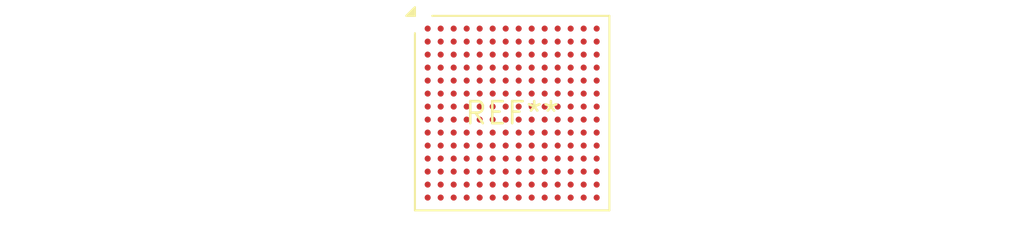
<source format=kicad_pcb>
(kicad_pcb (version 20240108) (generator pcbnew)
  (layers (0 "F.Cu" signal) (31 "B.Cu" signal) (34 "B.Paste" user) (35 "F.Paste" user) (36 "B.SilkS" user "B.Silkscreen") (37 "F.SilkS" user "F.Silkscreen") (38 "B.Mask" user) (39 "F.Mask" user) (44 "Edge.Cuts" user))
  (net 0 "")
  (footprint "Microchip_TFBGA-196_11x11mm_Layout14x14_P0.75mm_SMD" (layer "F.Cu") (at 0 0)
    (property "Reference" "REF**")
    (property "Value" "Microchip_TFBGA-196_11x11mm_Layout14x14_P0.75mm_SMD")
    (fp_line (start -5.61 5.61) (end -5.61 -4.61) (layer "F.SilkS") (stroke (width 0.12)))
    (fp_line (start -4.61 -5.61) (end 5.61 -5.61) (layer "F.SilkS") (stroke (width 0.12)))
    (fp_line (start 5.61 -5.61) (end 5.61 5.61) (layer "F.SilkS") (stroke (width 0.12)))
    (fp_line (start 5.61 5.61) (end -5.61 5.61) (layer "F.SilkS") (stroke (width 0.12)))
    (fp_poly (pts (xy -5.61 -5.61) (xy -6.11 -5.61) (xy -5.61 -6.11) (xy -5.61 -5.61)) (layer "F.SilkS") (stroke (width 0.12)) (fill solid))
    (pad "A1" smd circle (at -4.875 -4.875) (size 0.35 0.35) (property pad_prop_bga) (layers "F.Cu" "F.Paste" "F.Mask"))
    (pad "A2" smd circle (at -4.125 -4.875) (size 0.35 0.35) (property pad_prop_bga) (layers "F.Cu" "F.Paste" "F.Mask"))
    (pad "A3" smd circle (at -3.375 -4.875) (size 0.35 0.35) (property pad_prop_bga) (layers "F.Cu" "F.Paste" "F.Mask"))
    (pad "A4" smd circle (at -2.625 -4.875) (size 0.35 0.35) (property pad_prop_bga) (layers "F.Cu" "F.Paste" "F.Mask"))
    (pad "A5" smd circle (at -1.875 -4.875) (size 0.35 0.35) (property pad_prop_bga) (layers "F.Cu" "F.Paste" "F.Mask"))
    (pad "A6" smd circle (at -1.125 -4.875) (size 0.35 0.35) (property pad_prop_bga) (layers "F.Cu" "F.Paste" "F.Mask"))
    (pad "A7" smd circle (at -0.375 -4.875) (size 0.35 0.35) (property pad_prop_bga) (layers "F.Cu" "F.Paste" "F.Mask"))
    (pad "A8" smd circle (at 0.375 -4.875) (size 0.35 0.35) (property pad_prop_bga) (layers "F.Cu" "F.Paste" "F.Mask"))
    (pad "A9" smd circle (at 1.125 -4.875) (size 0.35 0.35) (property pad_prop_bga) (layers "F.Cu" "F.Paste" "F.Mask"))
    (pad "A10" smd circle (at 1.875 -4.875) (size 0.35 0.35) (property pad_prop_bga) (layers "F.Cu" "F.Paste" "F.Mask"))
    (pad "A11" smd circle (at 2.625 -4.875) (size 0.35 0.35) (property pad_prop_bga) (layers "F.Cu" "F.Paste" "F.Mask"))
    (pad "A12" smd circle (at 3.375 -4.875) (size 0.35 0.35) (property pad_prop_bga) (layers "F.Cu" "F.Paste" "F.Mask"))
    (pad "A13" smd circle (at 4.125 -4.875) (size 0.35 0.35) (property pad_prop_bga) (layers "F.Cu" "F.Paste" "F.Mask"))
    (pad "A14" smd circle (at 4.875 -4.875) (size 0.35 0.35) (property pad_prop_bga) (layers "F.Cu" "F.Paste" "F.Mask"))
    (pad "B1" smd circle (at -4.875 -4.125) (size 0.35 0.35) (property pad_prop_bga) (layers "F.Cu" "F.Paste" "F.Mask"))
    (pad "B2" smd circle (at -4.125 -4.125) (size 0.35 0.35) (property pad_prop_bga) (layers "F.Cu" "F.Paste" "F.Mask"))
    (pad "B3" smd circle (at -3.375 -4.125) (size 0.35 0.35) (property pad_prop_bga) (layers "F.Cu" "F.Paste" "F.Mask"))
    (pad "B4" smd circle (at -2.625 -4.125) (size 0.35 0.35) (property pad_prop_bga) (layers "F.Cu" "F.Paste" "F.Mask"))
    (pad "B5" smd circle (at -1.875 -4.125) (size 0.35 0.35) (property pad_prop_bga) (layers "F.Cu" "F.Paste" "F.Mask"))
    (pad "B6" smd circle (at -1.125 -4.125) (size 0.35 0.35) (property pad_prop_bga) (layers "F.Cu" "F.Paste" "F.Mask"))
    (pad "B7" smd circle (at -0.375 -4.125) (size 0.35 0.35) (property pad_prop_bga) (layers "F.Cu" "F.Paste" "F.Mask"))
    (pad "B8" smd circle (at 0.375 -4.125) (size 0.35 0.35) (property pad_prop_bga) (layers "F.Cu" "F.Paste" "F.Mask"))
    (pad "B9" smd circle (at 1.125 -4.125) (size 0.35 0.35) (property pad_prop_bga) (layers "F.Cu" "F.Paste" "F.Mask"))
    (pad "B10" smd circle (at 1.875 -4.125) (size 0.35 0.35) (property pad_prop_bga) (layers "F.Cu" "F.Paste" "F.Mask"))
    (pad "B11" smd circle (at 2.625 -4.125) (size 0.35 0.35) (property pad_prop_bga) (layers "F.Cu" "F.Paste" "F.Mask"))
    (pad "B12" smd circle (at 3.375 -4.125) (size 0.35 0.35) (property pad_prop_bga) (layers "F.Cu" "F.Paste" "F.Mask"))
    (pad "B13" smd circle (at 4.125 -4.125) (size 0.35 0.35) (property pad_prop_bga) (layers "F.Cu" "F.Paste" "F.Mask"))
    (pad "B14" smd circle (at 4.875 -4.125) (size 0.35 0.35) (property pad_prop_bga) (layers "F.Cu" "F.Paste" "F.Mask"))
    (pad "C1" smd circle (at -4.875 -3.375) (size 0.35 0.35) (property pad_prop_bga) (layers "F.Cu" "F.Paste" "F.Mask"))
    (pad "C2" smd circle (at -4.125 -3.375) (size 0.35 0.35) (property pad_prop_bga) (layers "F.Cu" "F.Paste" "F.Mask"))
    (pad "C3" smd circle (at -3.375 -3.375) (size 0.35 0.35) (property pad_prop_bga) (layers "F.Cu" "F.Paste" "F.Mask"))
    (pad "C4" smd circle (at -2.625 -3.375) (size 0.35 0.35) (property pad_prop_bga) (layers "F.Cu" "F.Paste" "F.Mask"))
    (pad "C5" smd circle (at -1.875 -3.375) (size 0.35 0.35) (property pad_prop_bga) (layers "F.Cu" "F.Paste" "F.Mask"))
    (pad "C6" smd circle (at -1.125 -3.375) (size 0.35 0.35) (property pad_prop_bga) (layers "F.Cu" "F.Paste" "F.Mask"))
    (pad "C7" smd circle (at -0.375 -3.375) (size 0.35 0.35) (property pad_prop_bga) (layers "F.Cu" "F.Paste" "F.Mask"))
    (pad "C8" smd circle (at 0.375 -3.375) (size 0.35 0.35) (property pad_prop_bga) (layers "F.Cu" "F.Paste" "F.Mask"))
    (pad "C9" smd circle (at 1.125 -3.375) (size 0.35 0.35) (property pad_prop_bga) (layers "F.Cu" "F.Paste" "F.Mask"))
    (pad "C10" smd circle (at 1.875 -3.375) (size 0.35 0.35) (property pad_prop_bga) (layers "F.Cu" "F.Paste" "F.Mask"))
    (pad "C11" smd circle (at 2.625 -3.375) (size 0.35 0.35) (property pad_prop_bga) (layers "F.Cu" "F.Paste" "F.Mask"))
    (pad "C12" smd circle (at 3.375 -3.375) (size 0.35 0.35) (property pad_prop_bga) (layers "F.Cu" "F.Paste" "F.Mask"))
    (pad "C13" smd circle (at 4.125 -3.375) (size 0.35 0.35) (property pad_prop_bga) (layers "F.Cu" "F.Paste" "F.Mask"))
    (pad "C14" smd circle (at 4.875 -3.375) (size 0.35 0.35) (property pad_prop_bga) (layers "F.Cu" "F.Paste" "F.Mask"))
    (pad "D1" smd circle (at -4.875 -2.625) (size 0.35 0.35) (property pad_prop_bga) (layers "F.Cu" "F.Paste" "F.Mask"))
    (pad "D2" smd circle (at -4.125 -2.625) (size 0.35 0.35) (property pad_prop_bga) (layers "F.Cu" "F.Paste" "F.Mask"))
    (pad "D3" smd circle (at -3.375 -2.625) (size 0.35 0.35) (property pad_prop_bga) (layers "F.Cu" "F.Paste" "F.Mask"))
    (pad "D4" smd circle (at -2.625 -2.625) (size 0.35 0.35) (property pad_prop_bga) (layers "F.Cu" "F.Paste" "F.Mask"))
    (pad "D5" smd circle (at -1.875 -2.625) (size 0.35 0.35) (property pad_prop_bga) (layers "F.Cu" "F.Paste" "F.Mask"))
    (pad "D6" smd circle (at -1.125 -2.625) (size 0.35 0.35) (property pad_prop_bga) (layers "F.Cu" "F.Paste" "F.Mask"))
    (pad "D7" smd circle (at -0.375 -2.625) (size 0.35 0.35) (property pad_prop_bga) (layers "F.Cu" "F.Paste" "F.Mask"))
    (pad "D8" smd circle (at 0.375 -2.625) (size 0.35 0.35) (property pad_prop_bga) (layers "F.Cu" "F.Paste" "F.Mask"))
    (pad "D9" smd circle (at 1.125 -2.625) (size 0.35 0.35) (property pad_prop_bga) (layers "F.Cu" "F.Paste" "F.Mask"))
    (pad "D10" smd circle (at 1.875 -2.625) (size 0.35 0.35) (property pad_prop_bga) (layers "F.Cu" "F.Paste" "F.Mask"))
    (pad "D11" smd circle (at 2.625 -2.625) (size 0.35 0.35) (property pad_prop_bga) (layers "F.Cu" "F.Paste" "F.Mask"))
    (pad "D12" smd circle (at 3.375 -2.625) (size 0.35 0.35) (property pad_prop_bga) (layers "F.Cu" "F.Paste" "F.Mask"))
    (pad "D13" smd circle (at 4.125 -2.625) (size 0.35 0.35) (property pad_prop_bga) (layers "F.Cu" "F.Paste" "F.Mask"))
    (pad "D14" smd circle (at 4.875 -2.625) (size 0.35 0.35) (property pad_prop_bga) (layers "F.Cu" "F.Paste" "F.Mask"))
    (pad "E1" smd circle (at -4.875 -1.875) (size 0.35 0.35) (property pad_prop_bga) (layers "F.Cu" "F.Paste" "F.Mask"))
    (pad "E2" smd circle (at -4.125 -1.875) (size 0.35 0.35) (property pad_prop_bga) (layers "F.Cu" "F.Paste" "F.Mask"))
    (pad "E3" smd circle (at -3.375 -1.875) (size 0.35 0.35) (property pad_prop_bga) (layers "F.Cu" "F.Paste" "F.Mask"))
    (pad "E4" smd circle (at -2.625 -1.875) (size 0.35 0.35) (property pad_prop_bga) (layers "F.Cu" "F.Paste" "F.Mask"))
    (pad "E5" smd circle (at -1.875 -1.875) (size 0.35 0.35) (property pad_prop_bga) (layers "F.Cu" "F.Paste" "F.Mask"))
    (pad "E6" smd circle (at -1.125 -1.875) (size 0.35 0.35) (property pad_prop_bga) (layers "F.Cu" "F.Paste" "F.Mask"))
    (pad "E7" smd circle (at -0.375 -1.875) (size 0.35 0.35) (property pad_prop_bga) (layers "F.Cu" "F.Paste" "F.Mask"))
    (pad "E8" smd circle (at 0.375 -1.875) (size 0.35 0.35) (property pad_prop_bga) (layers "F.Cu" "F.Paste" "F.Mask"))
    (pad "E9" smd circle (at 1.125 -1.875) (size 0.35 0.35) (property pad_prop_bga) (layers "F.Cu" "F.Paste" "F.Mask"))
    (pad "E10" smd circle (at 1.875 -1.875) (size 0.35 0.35) (property pad_prop_bga) (layers "F.Cu" "F.Paste" "F.Mask"))
    (pad "E11" smd circle (at 2.625 -1.875) (size 0.35 0.35) (property pad_prop_bga) (layers "F.Cu" "F.Paste" "F.Mask"))
    (pad "E12" smd circle (at 3.375 -1.875) (size 0.35 0.35) (property pad_prop_bga) (layers "F.Cu" "F.Paste" "F.Mask"))
    (pad "E13" smd circle (at 4.125 -1.875) (size 0.35 0.35) (property pad_prop_bga) (layers "F.Cu" "F.Paste" "F.Mask"))
    (pad "E14" smd circle (at 4.875 -1.875) (size 0.35 0.35) (property pad_prop_bga) (layers "F.Cu" "F.Paste" "F.Mask"))
    (pad "F1" smd circle (at -4.875 -1.125) (size 0.35 0.35) (property pad_prop_bga) (layers "F.Cu" "F.Paste" "F.Mask"))
    (pad "F2" smd circle (at -4.125 -1.125) (size 0.35 0.35) (property pad_prop_bga) (layers "F.Cu" "F.Paste" "F.Mask"))
    (pad "F3" smd circle (at -3.375 -1.125) (size 0.35 0.35) (property pad_prop_bga) (layers "F.Cu" "F.Paste" "F.Mask"))
    (pad "F4" smd circle (at -2.625 -1.125) (size 0.35 0.35) (property pad_prop_bga) (layers "F.Cu" "F.Paste" "F.Mask"))
    (pad "F5" smd circle (at -1.875 -1.125) (size 0.35 0.35) (property pad_prop_bga) (layers "F.Cu" "F.Paste" "F.Mask"))
    (pad "F6" smd circle (at -1.125 -1.125) (size 0.35 0.35) (property pad_prop_bga) (layers "F.Cu" "F.Paste" "F.Mask"))
    (pad "F7" smd circle (at -0.375 -1.125) (size 0.35 0.35) (property pad_prop_bga) (layers "F.Cu" "F.Paste" "F.Mask"))
    (pad "F8" smd circle (at 0.375 -1.125) (size 0.35 0.35) (property pad_prop_bga) (layers "F.Cu" "F.Paste" "F.Mask"))
    (pad "F9" smd circle (at 1.125 -1.125) (size 0.35 0.35) (property pad_prop_bga) (layers "F.Cu" "F.Paste" "F.Mask"))
    (pad "F10" smd circle (at 1.875 -1.125) (size 0.35 0.35) (property pad_prop_bga) (layers "F.Cu" "F.Paste" "F.Mask"))
    (pad "F11" smd circle (at 2.625 -1.125) (size 0.35 0.35) (property pad_prop_bga) (layers "F.Cu" "F.Paste" "F.Mask"))
    (pad "F12" smd circle (at 3.375 -1.125) (size 0.35 0.35) (property pad_prop_bga) (layers "F.Cu" "F.Paste" "F.Mask"))
    (pad "F13" smd circle (at 4.125 -1.125) (size 0.35 0.35) (property pad_prop_bga) (layers "F.Cu" "F.Paste" "F.Mask"))
    (pad "F14" smd circle (at 4.875 -1.125) (size 0.35 0.35) (property pad_prop_bga) (layers "F.Cu" "F.Paste" "F.Mask"))
    (pad "G1" smd circle (at -4.875 -0.375) (size 0.35 0.35) (property pad_prop_bga) (layers "F.Cu" "F.Paste" "F.Mask"))
    (pad "G2" smd circle (at -4.125 -0.375) (size 0.35 0.35) (property pad_prop_bga) (layers "F.Cu" "F.Paste" "F.Mask"))
    (pad "G3" smd circle (at -3.375 -0.375) (size 0.35 0.35) (property pad_prop_bga) (layers "F.Cu" "F.Paste" "F.Mask"))
    (pad "G4" smd circle (at -2.625 -0.375) (size 0.35 0.35) (property pad_prop_bga) (layers "F.Cu" "F.Paste" "F.Mask"))
    (pad "G5" smd circle (at -1.875 -0.375) (size 0.35 0.35) (property pad_prop_bga) (layers "F.Cu" "F.Paste" "F.Mask"))
    (pad "G6" smd circle (at -1.125 -0.375) (size 0.35 0.35) (property pad_prop_bga) (layers "F.Cu" "F.Paste" "F.Mask"))
    (pad "G7" smd circle (at -0.375 -0.375) (size 0.35 0.35) (property pad_prop_bga) (layers "F.Cu" "F.Paste" "F.Mask"))
    (pad "G8" smd circle (at 0.375 -0.375) (size 0.35 0.35) (property pad_prop_bga) (layers "F.Cu" "F.Paste" "F.Mask"))
    (pad "G9" smd circle (at 1.125 -0.375) (size 0.35 0.35) (property pad_prop_bga) (layers "F.Cu" "F.Paste" "F.Mask"))
    (pad "G10" smd circle (at 1.875 -0.375) (size 0.35 0.35) (property pad_prop_bga) (layers "F.Cu" "F.Paste" "F.Mask"))
    (pad "G11" smd circle (at 2.625 -0.375) (size 0.35 0.35) (property pad_prop_bga) (layers "F.Cu" "F.Paste" "F.Mask"))
    (pad "G12" smd circle (at 3.375 -0.375) (size 0.35 0.35) (property pad_prop_bga) (layers "F.Cu" "F.Paste" "F.Mask"))
    (pad "G13" smd circle (at 4.125 -0.375) (size 0.35 0.35) (property pad_prop_bga) (layers "F.Cu" "F.Paste" "F.Mask"))
    (pad "G14" smd circle (at 4.875 -0.375) (size 0.35 0.35) (property pad_prop_bga) (layers "F.Cu" "F.Paste" "F.Mask"))
    (pad "H1" smd circle (at -4.875 0.375) (size 0.35 0.35) (property pad_prop_bga) (layers "F.Cu" "F.Paste" "F.Mask"))
    (pad "H2" smd circle (at -4.125 0.375) (size 0.35 0.35) (property pad_prop_bga) (layers "F.Cu" "F.Paste" "F.Mask"))
    (pad "H3" smd circle (at -3.375 0.375) (size 0.35 0.35) (property pad_prop_bga) (layers "F.Cu" "F.Paste" "F.Mask"))
    (pad "H4" smd circle (at -2.625 0.375) (size 0.35 0.35) (property pad_prop_bga) (layers "F.Cu" "F.Paste" "F.Mask"))
    (pad "H5" smd circle (at -1.875 0.375) (size 0.35 0.35) (property pad_prop_bga) (layers "F.Cu" "F.Paste" "F.Mask"))
    (pad "H6" smd circle (at -1.125 0.375) (size 0.35 0.35) (property pad_prop_bga) (layers "F.Cu" "F.Paste" "F.Mask"))
    (pad "H7" smd circle (at -0.375 0.375) (size 0.35 0.35) (property pad_prop_bga) (layers "F.Cu" "F.Paste" "F.Mask"))
    (pad "H8" smd circle (at 0.375 0.375) (size 0.35 0.35) (property pad_prop_bga) (layers "F.Cu" "F.Paste" "F.Mask"))
    (pad "H9" smd circle (at 1.125 0.375) (size 0.35 0.35) (property pad_prop_bga) (layers "F.Cu" "F.Paste" "F.Mask"))
    (pad "H10" smd circle (at 1.875 0.375) (size 0.35 0.35) (property pad_prop_bga) (layers "F.Cu" "F.Paste" "F.Mask"))
    (pad "H11" smd circle (at 2.625 0.375) (size 0.35 0.35) (property pad_prop_bga) (layers "F.Cu" "F.Paste" "F.Mask"))
    (pad "H12" smd circle (at 3.375 0.375) (size 0.35 0.35) (property pad_prop_bga) (layers "F.Cu" "F.Paste" "F.Mask"))
    (pad "H13" smd circle (at 4.125 0.375) (size 0.35 0.35) (property pad_prop_bga) (layers "F.Cu" "F.Paste" "F.Mask"))
    (pad "H14" smd circle (at 4.875 0.375) (size 0.35 0.35) (property pad_prop_bga) (layers "F.Cu" "F.Paste" "F.Mask"))
    (pad "J1" smd circle (at -4.875 1.125) (size 0.35 0.35) (property pad_prop_bga) (layers "F.Cu" "F.Paste" "F.Mask"))
    (pad "J2" smd circle (at -4.125 1.125) (size 0.35 0.35) (property pad_prop_bga) (layers "F.Cu" "F.Paste" "F.Mask"))
    (pad "J3" smd circle (at -3.375 1.125) (size 0.35 0.35) (property pad_prop_bga) (layers "F.Cu" "F.Paste" "F.Mask"))
    (pad "J4" smd circle (at -2.625 1.125) (size 0.35 0.35) (property pad_prop_bga) (layers "F.Cu" "F.Paste" "F.Mask"))
    (pad "J5" smd circle (at -1.875 1.125) (size 0.35 0.35) (property pad_prop_bga) (layers "F.Cu" "F.Paste" "F.Mask"))
    (pad "J6" smd circle (at -1.125 1.125) (size 0.35 0.35) (property pad_prop_bga) (layers "F.Cu" "F.Paste" "F.Mask"))
    (pad "J7" smd circle (at -0.375 1.125) (size 0.35 0.35) (property pad_prop_bga) (layers "F.Cu" "F.Paste" "F.Mask"))
    (pad "J8" smd circle (at 0.375 1.125) (size 0.35 0.35) (property pad_prop_bga) (layers "F.Cu" "F.Paste" "F.Mask"))
    (pad "J9" smd circle (at 1.125 1.125) (size 0.35 0.35) (property pad_prop_bga) (layers "F.Cu" "F.Paste" "F.Mask"))
    (pad "J10" smd circle (at 1.875 1.125) (size 0.35 0.35) (property pad_prop_bga) (layers "F.Cu" "F.Paste" "F.Mask"))
    (pad "J11" smd circle (at 2.625 1.125) (size 0.35 0.35) (property pad_prop_bga) (layers "F.Cu" "F.Paste" "F.Mask"))
    (pad "J12" smd circle (at 3.375 1.125) (size 0.35 0.35) (property pad_prop_bga) (layers "F.Cu" "F.Paste" "F.Mask"))
    (pad "J13" smd circle (at 4.125 1.125) (size 0.35 0.35) (property pad_prop_bga) (layers "F.Cu" "F.Paste" "F.Mask"))
    (pad "J14" smd circle (at 4.875 1.125) (size 0.35 0.35) (property pad_prop_bga) (layers "F.Cu" "F.Paste" "F.Mask"))
    (pad "K1" smd circle (at -4.875 1.875) (size 0.35 0.35) (property pad_prop_bga) (layers "F.Cu" "F.Paste" "F.Mask"))
    (pad "K2" smd circle (at -4.125 1.875) (size 0.35 0.35) (property pad_prop_bga) (layers "F.Cu" "F.Paste" "F.Mask"))
    (pad "K3" smd circle (at -3.375 1.875) (size 0.35 0.35) (property pad_prop_bga) (layers "F.Cu" "F.Paste" "F.Mask"))
    (pad "K4" smd circle (at -2.625 1.875) (size 0.35 0.35) (property pad_prop_bga) (layers "F.Cu" "F.Paste" "F.Mask"))
    (pad "K5" smd circle (at -1.875 1.875) (size 0.35 0.35) (property pad_prop_bga) (layers "F.Cu" "F.Paste" "F.Mask"))
    (pad "K6" smd circle (at -1.125 1.875) (size 0.35 0.35) (property pad_prop_bga) (layers "F.Cu" "F.Paste" "F.Mask"))
    (pad "K7" smd circle (at -0.375 1.875) (size 0.35 0.35) (property pad_prop_bga) (layers "F.Cu" "F.Paste" "F.Mask"))
    (pad "K8" smd circle (at 0.375 1.875) (size 0.35 0.35) (property pad_prop_bga) (layers "F.Cu" "F.Paste" "F.Mask"))
    (pad "K9" smd circle (at 1.125 1.875) (size 0.35 0.35) (property pad_prop_bga) (layers "F.Cu" "F.Paste" "F.Mask"))
    (pad "K10" smd circle (at 1.875 1.875) (size 0.35 0.35) (property pad_prop_bga) (layers "F.Cu" "F.Paste" "F.Mask"))
    (pad "K11" smd circle (at 2.625 1.875) (size 0.35 0.35) (property pad_prop_bga) (layers "F.Cu" "F.Paste" "F.Mask"))
    (pad "K12" smd circle (at 3.375 1.875) (size 0.35 0.35) (property pad_prop_bga) (layers "F.Cu" "F.Paste" "F.Mask"))
    (pad "K13" smd circle (at 4.125 1.875) (size 0.35 0.35) (property pad_prop_bga) (layers "F.Cu" "F.Paste" "F.Mask"))
    (pad "K14" smd circle (at 4.875 1.875) (size 0.35 0.35) (property pad_prop_bga) (layers "F.Cu" "F.Paste" "F.Mask"))
    (pad "L1" smd circle (at -4.875 2.625) (size 0.35 0.35) (property pad_prop_bga) (layers "F.Cu" "F.Paste" "F.Mask"))
    (pad "L2" smd circle (at -4.125 2.625) (size 0.35 0.35) (property pad_prop_bga) (layers "F.Cu" "F.Paste" "F.Mask"))
    (pad "L3" smd circle (at -3.375 2.625) (size 0.35 0.35) (property pad_prop_bga) (layers "F.Cu" "F.Paste" "F.Mask"))
    (pad "L4" smd circle (at -2.625 2.625) (size 0.35 0.35) (property pad_prop_bga) (layers "F.Cu" "F.Paste" "F.Mask"))
    (pad "L5" smd circle (at -1.875 2.625) (size 0.35 0.35) (property pad_prop_bga) (layers "F.Cu" "F.Paste" "F.Mask"))
    (pad "L6" smd circle (at -1.125 2.625) (size 0.35 0.35) (property pad_prop_bga) (layers "F.Cu" "F.Paste" "F.Mask"))
    (pad "L7" smd circle (at -0.375 2.625) (size 0.35 0.35) (property pad_prop_bga) (layers "F.Cu" "F.Paste" "F.Mask"))
    (pad "L8" smd circle (at 0.375 2.625) (size 0.35 0.35) (property pad_prop_bga) (layers "F.Cu" "F.Paste" "F.Mask"))
    (pad "L9" smd circle (at 1.125 2.625) (size 0.35 0.35) (property pad_prop_bga) (layers "F.Cu" "F.Paste" "F.Mask"))
    (pad "L10" smd circle (at 1.875 2.625) (size 0.35 0.35) (property pad_prop_bga) (layers "F.Cu" "F.Paste" "F.Mask"))
    (pad "L11" smd circle (at 2.625 2.625) (size 0.35 0.35) (property pad_prop_bga) (layers "F.Cu" "F.Paste" "F.Mask"))
    (pad "L12" smd circle (at 3.375 2.625) (size 0.35 0.35) (property pad_prop_bga) (layers "F.Cu" "F.Paste" "F.Mask"))
    (pad "L13" smd circle (at 4.125 2.625) (size 0.35 0.35) (property pad_prop_bga) (layers "F.Cu" "F.Paste" "F.Mask"))
    (pad "L14" smd circle (at 4.875 2.625) (size 0.35 0.35) (property pad_prop_bga) (layers "F.Cu" "F.Paste" "F.Mask"))
    (pad "M1" smd circle (at -4.875 3.375) (size 0.35 0.35) (property pad_prop_bga) (layers "F.Cu" "F.Paste" "F.Mask"))
    (pad "M2" smd circle (at -4.125 3.375) (size 0.35 0.35) (property pad_prop_bga) (layers "F.Cu" "F.Paste" "F.Mask"))
    (pad "M3" smd circle (at -3.375 3.375) (size 0.35 0.35) (property pad_prop_bga) (layers "F.Cu" "F.Paste" "F.Mask"))
    (pad "M4" smd circle (at -2.625 3.375) (size 0.35 0.35) (property pad_prop_bga) (layers "F.Cu" "F.Paste" "F.Mask"))
    (pad "M5" smd circle (at -1.875 3.375) (size 0.35 0.35) (property pad_prop_bga) (layers "F.Cu" "F.Paste" "F.Mask"))
    (pad "M6" smd circle (at -1.125 3.375) (size 0.35 0.35) (property pad_prop_bga) (layers "F.Cu" "F.Paste" "F.Mask"))
    (pad "M7" smd circle (at -0.375 3.375) (size 0.35 0.35) (property pad_prop_bga) (layers "F.Cu" "F.Paste" "F.Mask"))
    (pad "M8" smd circle (at 0.375 3.375) (size 0.35 0.35) (property pad_prop_bga) (layers "F.Cu" "F.Paste" "F.Mask"))
    (pad "M9" smd circle (at 1.125 3.375) (size 0.35 0.35) (property pad_prop_bga) (layers "F.Cu" "F.Paste" "F.Mask"))
    (pad "M10" smd circle (at 1.875 3.375) (size 0.35 0.35) (property pad_prop_bga) (layers "F.Cu" "F.Paste" "F.Mask"))
    (pad "M11" smd circle (at 2.625 3.375) (size 0.35 0.35) (property pad_prop_bga) (layers "F.Cu" "F.Paste" "F.Mask"))
    (pad "M12" smd circle (at 3.375 3.375) (size 0.35 0.35) (property pad_prop_bga) (layers "F.Cu" "F.Paste" "F.Mask"))
    (pad "M13" smd circle (at 4.125 3.375) (size 0.35 0.35) (property pad_prop_bga) (layers "F.Cu" "F.Paste" "F.Mask"))
    (pad "M14" smd circle (at 4.875 3.375) (size 0.35 0.35) (property pad_prop_bga) (layers "F.Cu" "F.Paste" "F.Mask"))
    (pad "N1" smd circle (at -4.875 4.125) (size 0.35 0.35) (property pad_prop_bga) (layers "F.Cu" "F.Paste" "F.Mask"))
    (pad "N2" smd circle (at -4.125 4.125) (size 0.35 0.35) (property pad_prop_bga) (layers "F.Cu" "F.Paste" "F.Mask"))
    (pad "N3" smd circle (at -3.375 4.125) (size 0.35 0.35) (property pad_prop_bga) (layers "F.Cu" "F.Paste" "F.Mask"))
    (pad "N4" smd circle (at -2.625 4.125) (size 0.35 0.35) (property pad_prop_bga) (layers "F.Cu" "F.Paste" "F.Mask"))
    (pad "N5" smd circle (at -1.875 4.125) (size 0.35 0.35) (property pad_prop_bga) (layers "F.Cu" "F.Paste" "F.Mask"))
    (pad "N6" smd circle (at -1.125 4.125) (size 0.35 0.35) (property pad_prop_bga) (layers "F.Cu" "F.Paste" "F.Mask"))
    (pad "N7" smd circle (at -0.375 4.125) (size 0.35 0.35) (property pad_prop_bga) (layers "F.Cu" "F.Paste" "F.Mask"))
    (pad "N8" smd circle (at 0.375 4.125) (size 0.35 0.35) (property pad_prop_bga) (layers "F.Cu" "F.Paste" "F.Mask"))
    (pad "N9" smd circle (at 1.125 4.125) (size 0.35 0.35) (property pad_prop_bga) (layers "F.Cu" "F.Paste" "F.Mask"))
    (pad "N10" smd circle (at 1.875 4.125) (size 0.35 0.35) (property pad_prop_bga) (layers "F.Cu" "F.Paste" "F.Mask"))
    (pad "N11" smd circle (at 2.625 4.125) (size 0.35 0.35) (property pad_prop_bga) (layers "F.Cu" "F.Paste" "F.Mask"))
    (pad "N12" smd circle (at 3.375 4.125) (size 0.35 0.35) (property pad_prop_bga) (layers "F.Cu" "F.Paste" "F.Mask"))
    (pad "N13" smd circle (at 4.125 4.125) (size 0.35 0.35) (property pad_prop_bga) (layers "F.Cu" "F.Paste" "F.Mask"))
    (pad "N14" smd circle (at 4.875 4.125) (size 0.35 0.35) (property pad_prop_bga) (layers "F.Cu" "F.Paste" "F.Mask"))
    (pad "P1" smd circle (at -4.875 4.875) (size 0.35 0.35) (property pad_prop_bga) (layers "F.Cu" "F.Paste" "F.Mask"))
    (pad "P2" smd circle (at -4.125 4.875) (size 0.35 0.35) (property pad_prop_bga) (layers "F.Cu" "F.Paste" "F.Mask"))
    (pad "P3" smd circle (at -3.375 4.875) (size 0.35 0.35) (property pad_prop_bga) (layers "F.Cu" "F.Paste" "F.Mask"))
    (pad "P4" smd circle (at -2.625 4.875) (size 0.35 0.35) (property pad_prop_bga) (layers "F.Cu" "F.Paste" "F.Mask"))
    (pad "P5" smd circle (at -1.875 4.875) (size 0.35 0.35) (property pad_prop_bga) (layers "F.Cu" "F.Paste" "F.Mask"))
    (pad "P6" smd circle (at -1.125 4.875) (size 0.35 0.35) (property pad_prop_bga) (layers "F.Cu" "F.Paste" "F.Mask"))
    (pad "P7" smd circle (at -0.375 4.875) (size 0.35 0.35) (property pad_prop_bga) (layers "F.Cu" "F.Paste" "F.Mask"))
    (pad "P8" smd circle (at 0.375 4.875) (size 0.35 0.35) (property pad_prop_bga) (layers "F.Cu" "F.Paste" "F.Mask"))
    (pad "P9" smd circle (at 1.125 4.875) (size 0.35 0.35) (property pad_prop_bga) (layers "F.Cu" "F.Paste" "F.Mask"))
    (pad "P10" smd circle (at 1.875 4.875) (size 0.35 0.35) (property pad_prop_bga) (layers "F.Cu" "F.Paste" "F.Mask"))
    (pad "P11" smd circle (at 2.625 4.875) (size 0.35 0.35) (property pad_prop_bga) (layers "F.Cu" "F.Paste" "F.Mask"))
    (pad "P12" smd circle (at 3.375 4.875) (size 0.35 0.35) (property pad_prop_bga) (layers "F.Cu" "F.Paste" "F.Mask"))
    (pad "P13" smd circle (at 4.125 4.875) (size 0.35 0.35) (property pad_prop_bga) (layers "F.Cu" "F.Paste" "F.Mask"))
    (pad "P14" smd circle (at 4.875 4.875) (size 0.35 0.35) (property pad_prop_bga) (layers "F.Cu" "F.Paste" "F.Mask"))
  )
)
</source>
